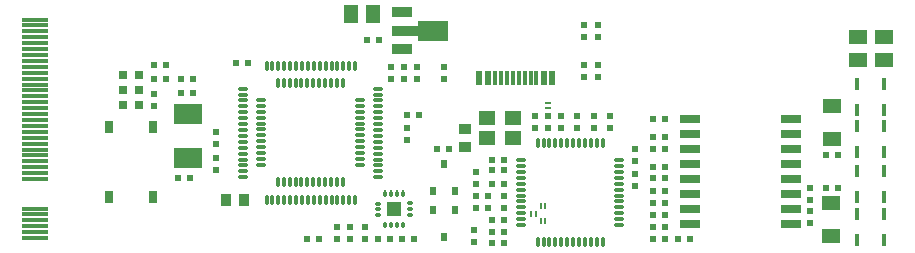
<source format=gtp>
G04*
G04 #@! TF.GenerationSoftware,Altium Limited,Altium Designer,18.1.7 (191)*
G04*
G04 Layer_Color=8421504*
%FSLAX44Y44*%
%MOMM*%
G71*
G01*
G75*
%ADD15R,0.9800X0.9300*%
%ADD16R,0.6000X0.6000*%
%ADD17R,0.6000X0.6000*%
%ADD18R,0.6000X0.2000*%
%ADD19R,1.5000X1.3000*%
%ADD20R,1.4000X1.2000*%
%ADD21R,2.4000X1.7000*%
G04:AMPARAMS|DCode=22|XSize=0.3mm|YSize=0.8mm|CornerRadius=0.075mm|HoleSize=0mm|Usage=FLASHONLY|Rotation=270.000|XOffset=0mm|YOffset=0mm|HoleType=Round|Shape=RoundedRectangle|*
%AMROUNDEDRECTD22*
21,1,0.3000,0.6500,0,0,270.0*
21,1,0.1500,0.8000,0,0,270.0*
1,1,0.1500,-0.3250,-0.0750*
1,1,0.1500,-0.3250,0.0750*
1,1,0.1500,0.3250,0.0750*
1,1,0.1500,0.3250,-0.0750*
%
%ADD22ROUNDEDRECTD22*%
G04:AMPARAMS|DCode=23|XSize=0.3mm|YSize=0.8mm|CornerRadius=0.075mm|HoleSize=0mm|Usage=FLASHONLY|Rotation=0.000|XOffset=0mm|YOffset=0mm|HoleType=Round|Shape=RoundedRectangle|*
%AMROUNDEDRECTD23*
21,1,0.3000,0.6500,0,0,0.0*
21,1,0.1500,0.8000,0,0,0.0*
1,1,0.1500,0.0750,-0.3250*
1,1,0.1500,-0.0750,-0.3250*
1,1,0.1500,-0.0750,0.3250*
1,1,0.1500,0.0750,0.3250*
%
%ADD23ROUNDEDRECTD23*%
%ADD24R,0.2800X0.2800*%
%ADD25O,0.2800X0.6600*%
%ADD26O,0.6600X0.2800*%
%ADD27R,1.2500X1.2500*%
%ADD28R,1.7000X0.9000*%
%ADD29R,2.5000X0.9000*%
%ADD30R,2.6000X1.7000*%
%ADD31R,1.6700X0.7600*%
%ADD32R,0.7000X1.1000*%
%ADD33R,0.8000X0.8000*%
%ADD34R,0.5500X0.8000*%
%ADD35R,0.9300X0.9800*%
%ADD36R,0.6000X1.1500*%
%ADD37R,0.3000X1.1500*%
%ADD38R,2.2500X0.3500*%
%ADD39R,0.2000X0.6000*%
%ADD40R,0.4500X1.0000*%
%ADD41R,1.5000X1.2000*%
%ADD42R,1.3000X1.5000*%
D15*
X545000Y379300D02*
D03*
Y394700D02*
D03*
D16*
X553000Y309080D02*
D03*
Y298920D02*
D03*
X496000Y396080D02*
D03*
Y385920D02*
D03*
X658000Y472920D02*
D03*
Y483080D02*
D03*
X646000Y472920D02*
D03*
Y483080D02*
D03*
X658000Y449080D02*
D03*
Y438920D02*
D03*
X646000Y449080D02*
D03*
Y438920D02*
D03*
X837000Y345080D02*
D03*
Y334920D02*
D03*
Y314920D02*
D03*
Y325080D02*
D03*
X578000Y327920D02*
D03*
Y338080D02*
D03*
X689000Y367920D02*
D03*
Y378080D02*
D03*
X527000Y436920D02*
D03*
Y447080D02*
D03*
X460000Y301920D02*
D03*
Y312080D02*
D03*
X334000Y381920D02*
D03*
Y392080D02*
D03*
X493000Y447080D02*
D03*
Y436920D02*
D03*
X282000Y413920D02*
D03*
Y424080D02*
D03*
X504000Y447080D02*
D03*
Y436920D02*
D03*
X554000Y347920D02*
D03*
Y358080D02*
D03*
X604000Y395920D02*
D03*
Y406080D02*
D03*
X615000Y395920D02*
D03*
Y406080D02*
D03*
X626000D02*
D03*
Y395920D02*
D03*
X640000D02*
D03*
Y406080D02*
D03*
X654000Y395920D02*
D03*
Y406080D02*
D03*
X668000Y396000D02*
D03*
Y406160D02*
D03*
X689000Y346920D02*
D03*
Y357080D02*
D03*
X437000Y312000D02*
D03*
Y301840D02*
D03*
X482000Y436920D02*
D03*
Y447080D02*
D03*
X334000Y359920D02*
D03*
Y370080D02*
D03*
X448000Y312080D02*
D03*
Y301920D02*
D03*
D17*
X578080Y308000D02*
D03*
X567920D02*
D03*
X850920Y345000D02*
D03*
X861080D02*
D03*
X850920Y373000D02*
D03*
X861080D02*
D03*
X703920Y322000D02*
D03*
X714080D02*
D03*
X703920Y332000D02*
D03*
X714080D02*
D03*
X724920Y302000D02*
D03*
X735080D02*
D03*
X703920Y302000D02*
D03*
X714080D02*
D03*
X703920Y378000D02*
D03*
X714080D02*
D03*
X703920Y403000D02*
D03*
X714080D02*
D03*
X703920Y363000D02*
D03*
X714080D02*
D03*
X578080Y298000D02*
D03*
X567920D02*
D03*
X578080Y318000D02*
D03*
X567920D02*
D03*
Y369000D02*
D03*
X578080D02*
D03*
X567920Y360000D02*
D03*
X578080D02*
D03*
X531080Y378000D02*
D03*
X520920D02*
D03*
X421080Y302000D02*
D03*
X410920D02*
D03*
X281920Y449000D02*
D03*
X292080D02*
D03*
X281920Y437000D02*
D03*
X292080D02*
D03*
X495920Y407000D02*
D03*
X506080D02*
D03*
X703920Y353000D02*
D03*
X714080D02*
D03*
X714080Y312000D02*
D03*
X703920D02*
D03*
X714080Y342000D02*
D03*
X703920D02*
D03*
X714080Y388000D02*
D03*
X703920D02*
D03*
X564080Y328000D02*
D03*
X553920D02*
D03*
X564080Y338000D02*
D03*
X553920D02*
D03*
X578080Y348000D02*
D03*
X567920D02*
D03*
X502080Y302000D02*
D03*
X491920D02*
D03*
X315080Y437000D02*
D03*
X304920D02*
D03*
X312080Y353000D02*
D03*
X301920D02*
D03*
X315080Y425000D02*
D03*
X304920D02*
D03*
X470920Y302000D02*
D03*
X481080D02*
D03*
X361080Y451000D02*
D03*
X350920D02*
D03*
X472080Y470000D02*
D03*
X461920D02*
D03*
D18*
X615000Y413000D02*
D03*
Y417000D02*
D03*
D19*
X900000Y453500D02*
D03*
Y472500D02*
D03*
X878000Y453500D02*
D03*
Y472500D02*
D03*
D20*
X586000Y387000D02*
D03*
Y404000D02*
D03*
X564000D02*
D03*
Y387000D02*
D03*
D21*
X310600Y407500D02*
D03*
Y370500D02*
D03*
D22*
X675750Y313500D02*
D03*
X675750Y318500D02*
D03*
X675750Y323500D02*
D03*
X675750Y328500D02*
D03*
Y333500D02*
D03*
Y338500D02*
D03*
Y343500D02*
D03*
Y348500D02*
D03*
X675750Y353500D02*
D03*
X675750Y358500D02*
D03*
Y363500D02*
D03*
Y368500D02*
D03*
X592250Y313500D02*
D03*
Y318500D02*
D03*
Y323500D02*
D03*
Y328500D02*
D03*
Y333500D02*
D03*
Y338500D02*
D03*
Y343500D02*
D03*
Y348500D02*
D03*
Y353500D02*
D03*
Y358500D02*
D03*
Y363500D02*
D03*
Y368500D02*
D03*
X372250Y419500D02*
D03*
X372250Y414500D02*
D03*
X372250Y409500D02*
D03*
X372250Y404500D02*
D03*
Y399500D02*
D03*
Y394500D02*
D03*
Y389500D02*
D03*
Y384500D02*
D03*
X372250Y379500D02*
D03*
X372250Y374500D02*
D03*
Y369500D02*
D03*
Y364500D02*
D03*
X455750Y419500D02*
D03*
Y414500D02*
D03*
Y409500D02*
D03*
Y404500D02*
D03*
Y399500D02*
D03*
Y394500D02*
D03*
Y389500D02*
D03*
Y384500D02*
D03*
Y379500D02*
D03*
Y374500D02*
D03*
Y369500D02*
D03*
Y364500D02*
D03*
X471500Y354000D02*
D03*
Y359000D02*
D03*
Y364000D02*
D03*
Y369000D02*
D03*
Y374000D02*
D03*
Y379000D02*
D03*
Y384000D02*
D03*
Y389000D02*
D03*
Y394000D02*
D03*
Y399000D02*
D03*
Y404000D02*
D03*
Y409000D02*
D03*
Y414000D02*
D03*
Y419000D02*
D03*
Y424000D02*
D03*
Y429000D02*
D03*
X357080Y354000D02*
D03*
Y359000D02*
D03*
Y364000D02*
D03*
Y369000D02*
D03*
Y374000D02*
D03*
Y379000D02*
D03*
Y384000D02*
D03*
Y389000D02*
D03*
Y394000D02*
D03*
Y399000D02*
D03*
Y404000D02*
D03*
Y409000D02*
D03*
Y414000D02*
D03*
Y419000D02*
D03*
Y424000D02*
D03*
Y429000D02*
D03*
D23*
X661500Y382750D02*
D03*
X656500D02*
D03*
X651500D02*
D03*
X646500D02*
D03*
X641500D02*
D03*
X636500D02*
D03*
X631500D02*
D03*
X626500D02*
D03*
X621500D02*
D03*
X616500D02*
D03*
X611500D02*
D03*
X606500D02*
D03*
X661500Y299250D02*
D03*
X656500D02*
D03*
X651500D02*
D03*
X646500D02*
D03*
X641500D02*
D03*
X636500D02*
D03*
X631500D02*
D03*
X626500D02*
D03*
X621500D02*
D03*
X616500D02*
D03*
X611500D02*
D03*
X606500D02*
D03*
X386500Y350250D02*
D03*
X391500D02*
D03*
X396500D02*
D03*
X401500D02*
D03*
X406500D02*
D03*
X411500D02*
D03*
X416500D02*
D03*
X421500D02*
D03*
X426500D02*
D03*
X431500D02*
D03*
X436500D02*
D03*
X441500D02*
D03*
X386500Y433750D02*
D03*
X391500D02*
D03*
X396500D02*
D03*
X401500D02*
D03*
X406500D02*
D03*
X411500D02*
D03*
X416500D02*
D03*
X421500D02*
D03*
X426500D02*
D03*
X431500D02*
D03*
X436500D02*
D03*
X441500D02*
D03*
X452000Y448500D02*
D03*
X447000D02*
D03*
X442000D02*
D03*
X437000D02*
D03*
X432000D02*
D03*
X427000D02*
D03*
X422000D02*
D03*
X417000D02*
D03*
X412000D02*
D03*
X407000D02*
D03*
X402000D02*
D03*
X397000D02*
D03*
X392000D02*
D03*
X387000D02*
D03*
X382000D02*
D03*
X377000D02*
D03*
X452000Y334500D02*
D03*
X447000D02*
D03*
X442000D02*
D03*
X437000D02*
D03*
X432000D02*
D03*
X427000D02*
D03*
X422000D02*
D03*
X417000D02*
D03*
X412000D02*
D03*
X407000D02*
D03*
X402000D02*
D03*
X397000D02*
D03*
X392000D02*
D03*
X387000D02*
D03*
X382000D02*
D03*
X377000D02*
D03*
D24*
X492350Y311810D02*
D03*
X487350D02*
D03*
X482350D02*
D03*
X477350D02*
D03*
X469700Y321746D02*
D03*
Y326746D02*
D03*
Y331746D02*
D03*
X477350Y342110D02*
D03*
X482350D02*
D03*
X487350D02*
D03*
X492350D02*
D03*
X500000Y332000D02*
D03*
Y327000D02*
D03*
Y322000D02*
D03*
D25*
X492350Y313710D02*
D03*
X487350D02*
D03*
X482350D02*
D03*
X477350D02*
D03*
Y340210D02*
D03*
X482350D02*
D03*
X487350D02*
D03*
X492350D02*
D03*
D26*
X471600Y321746D02*
D03*
Y326746D02*
D03*
Y331746D02*
D03*
X498100Y332000D02*
D03*
Y327000D02*
D03*
Y322000D02*
D03*
D27*
X484850Y326960D02*
D03*
D28*
X492000Y494000D02*
D03*
Y463000D02*
D03*
D29*
X496000Y478000D02*
D03*
D30*
X518000D02*
D03*
D31*
X735350Y403450D02*
D03*
Y390750D02*
D03*
Y378050D02*
D03*
Y365350D02*
D03*
Y352650D02*
D03*
Y339950D02*
D03*
Y327250D02*
D03*
Y314550D02*
D03*
X820650D02*
D03*
Y327250D02*
D03*
Y339950D02*
D03*
Y352650D02*
D03*
Y365350D02*
D03*
Y378050D02*
D03*
Y390750D02*
D03*
Y403450D02*
D03*
D32*
X280500Y337500D02*
D03*
Y396500D02*
D03*
X243500D02*
D03*
Y337500D02*
D03*
D33*
X269300Y441000D02*
D03*
X255300D02*
D03*
X269300Y428000D02*
D03*
X255300D02*
D03*
X269300Y415000D02*
D03*
X255300D02*
D03*
D34*
X527000Y365500D02*
D03*
X536500Y342500D02*
D03*
X517500D02*
D03*
X527000Y303500D02*
D03*
X517500Y326500D02*
D03*
X536500D02*
D03*
D35*
X342300Y335000D02*
D03*
X357700D02*
D03*
D36*
X619000Y438030D02*
D03*
X611500D02*
D03*
X564500Y438000D02*
D03*
X557000Y438030D02*
D03*
D37*
X605500D02*
D03*
X600500D02*
D03*
X595500D02*
D03*
X590500D02*
D03*
X585500Y438000D02*
D03*
X580500Y438030D02*
D03*
X575500D02*
D03*
X570500D02*
D03*
D38*
X181000Y457500D02*
D03*
Y452500D02*
D03*
Y447500D02*
D03*
Y442500D02*
D03*
Y302500D02*
D03*
Y307500D02*
D03*
Y312500D02*
D03*
Y317500D02*
D03*
Y322500D02*
D03*
Y327500D02*
D03*
Y352500D02*
D03*
Y357500D02*
D03*
Y362500D02*
D03*
Y367500D02*
D03*
Y372500D02*
D03*
Y377500D02*
D03*
Y382500D02*
D03*
Y387500D02*
D03*
Y392500D02*
D03*
Y397500D02*
D03*
Y402500D02*
D03*
Y407500D02*
D03*
Y412500D02*
D03*
Y417500D02*
D03*
Y422500D02*
D03*
Y427500D02*
D03*
Y432500D02*
D03*
Y437500D02*
D03*
Y462500D02*
D03*
Y487500D02*
D03*
Y482500D02*
D03*
Y477500D02*
D03*
Y472500D02*
D03*
Y467500D02*
D03*
D39*
X613000Y317000D02*
D03*
X609000D02*
D03*
X605000Y323000D02*
D03*
X601000D02*
D03*
X613000Y330000D02*
D03*
X609000D02*
D03*
D40*
X900000Y359000D02*
D03*
Y337000D02*
D03*
X877000Y359000D02*
D03*
Y337000D02*
D03*
X900000Y323000D02*
D03*
Y301000D02*
D03*
X877000Y323000D02*
D03*
Y301000D02*
D03*
X900000Y411000D02*
D03*
Y433000D02*
D03*
X877000Y411000D02*
D03*
Y433000D02*
D03*
X900000Y375000D02*
D03*
Y397000D02*
D03*
X877000Y375000D02*
D03*
Y397000D02*
D03*
D41*
X856000Y413954D02*
D03*
Y386046D02*
D03*
X855000Y304046D02*
D03*
Y331954D02*
D03*
D42*
X448500Y492000D02*
D03*
X467500D02*
D03*
M02*

</source>
